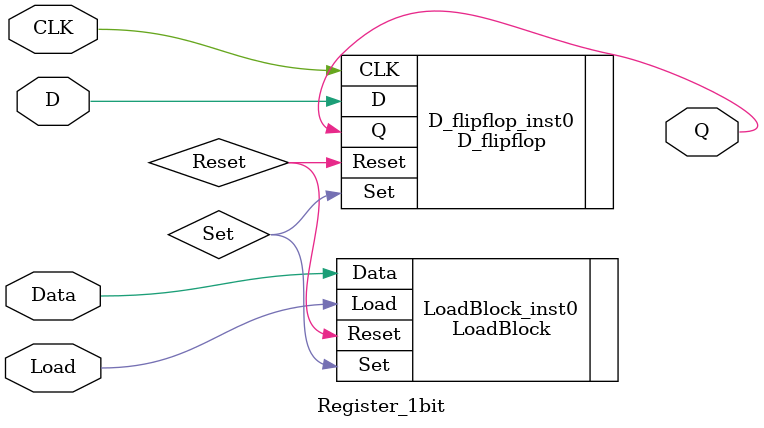
<source format=v>
module Register_1bit(CLK, Data, Load, D, Q);
  input wire CLK;
  input wire Data;
  input Load;
  input wire D;
  output wire Q;

wire Reset, Set ;

LoadBlock LoadBlock_inst0(.Load(Load), .Data(Data), .Set(Set), .Reset(Reset));

D_flipflop D_flipflop_inst0(.CLK(CLK), .Reset(Reset), 
                   .Set(Set),  .D(D), .Q(Q));
   
              
    
    
endmodule
</source>
